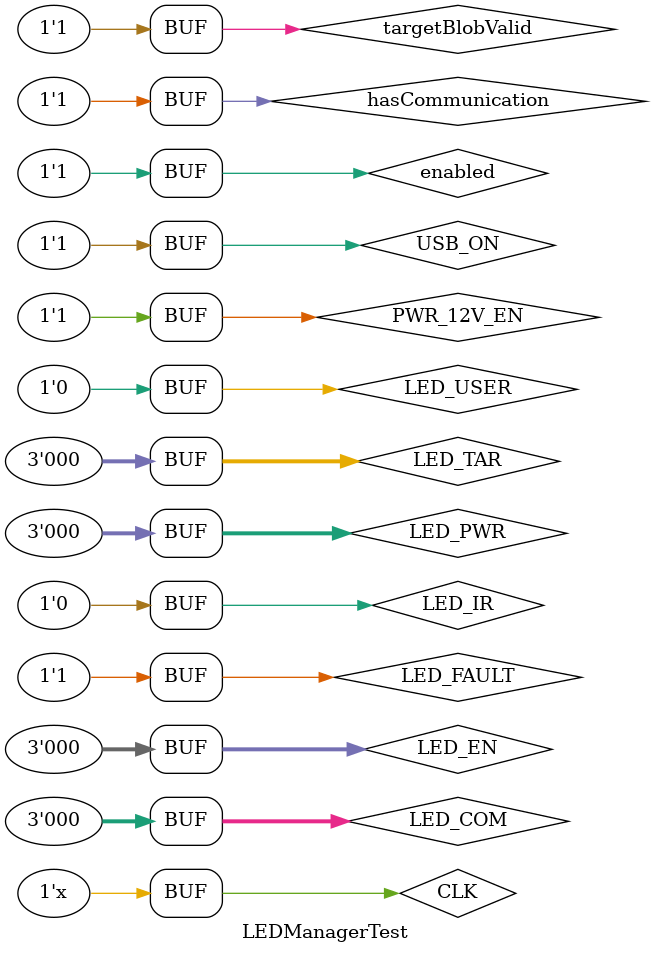
<source format=sv>
`timescale 1ns / 1ps

/* LEDManagerTest - 

    */
module LEDManagerTest;
    reg CLK;
    always #5 CLK <= !CLK;

    reg LED_IR = 0;
    reg [2:0] LED_PWR = 0;
    reg [2:0] LED_EN = 0;
    reg [2:0] LED_TAR = 0;
    reg [2:0] LED_COM = 0;
    reg LED_USER = 0;
    reg LED_FAULT = 0;
    reg USB_ON = 0;
    reg PWR_12V_EN = 0;
    reg enabled = 0;
    reg targetBlobValid = 0;
    reg hasCommunication = 0;

    LEDManager LEDManager(
        .CLK(CLK),
        .LED_IR(LED_IR),
        .LED_PWR(LED_PWR),
        .LED_EN(LED_EN),
        .LED_TAR(LED_TAR),
        .LED_COM(LED_COM),
        .LED_USER(LED_USER),
        .LED_FAULT(LED_FAULT),
        .USB_ON(USB_ON),
        .PWR_12V_EN(PWR_12V_EN),
        .enabled(enabled),
        .targetBlobValid(targetBlobValid),
        .hasCommunication(hasCommunication)
    );

    initial begin
        assert(LED_IR == 0);
        assert(LED_PWR[0] == 0);
        assert(LED_PWR[1] == 1);
        assert(LED_TAR[2] == 0);
        assert(LED_COM[1] == 0);

        LED_FAULT = 1;
        USB_ON = 1;
        PWR_12V_EN = 1;
        enabled = 1;
        targetBlobValid = 1;
        hasCommunication = 1;

        #100

        assert(LED_IR == 1);
        assert(LED_PWR[0] == 1);
        assert(LED_PWR[1] == 1);
        assert(LED_TAR[2] == 1);
        assert(LED_COM[1] == 1);
    end
endmodule

</source>
